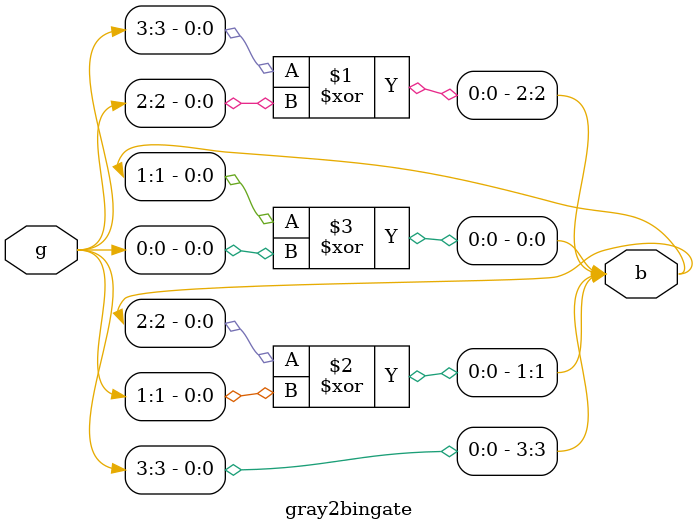
<source format=v>
`timescale 1ns / 1ps
module gray2bingate(
    input [3:0] g,
    output [3:0] b
    );

 buf A4(b[3],g[3]);
 xor A3(b[2],b[3],g[2]);
 xor A2(b[1],b[2],g[1]); 
 xor A1(b[0],b[1],g[0]); 

endmodule

</source>
